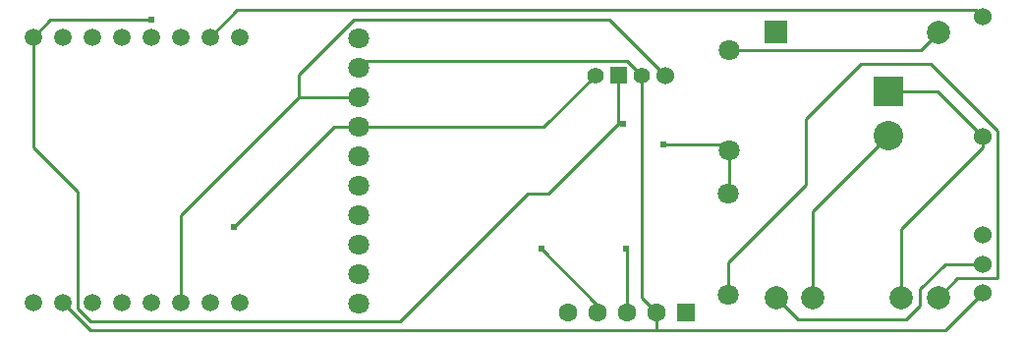
<source format=gtl>
G04 Layer: TopLayer*
G04 EasyEDA Pro v1.7.24, 2022-06-27 14:19:48*
G04 Gerber Generator version 0.3*
G04 Scale: 100 percent, Rotated: No, Reflected: No*
G04 Dimensions in millimeters*
G04 Leading zeros omitted, absolute positions, 3 integers and 3 decimals*
%FSLAX33Y33*%
%MOMM*%
%ADD10C,1.507998*%
%ADD11C,1.799996*%
%ADD12C,1.524*%
%ADD13C,1.999996*%
%ADD14C,2.54*%
%ADD15C,1.6002*%
%ADD16C,1.399997*%
%ADD17C,0.6096*%
%ADD18C,0.254*%
G75*


G04 Pad Start*
G54D10*
G01X21844Y70104D03*
G01X24384Y70104D03*
G01X26924Y70104D03*
G01X29464Y70104D03*
G01X32004Y70104D03*
G01X34544Y70104D03*
G01X37084Y70104D03*
G01X21844Y47244D03*
G01X24384Y47244D03*
G01X26924Y47244D03*
G01X29464Y47244D03*
G01X32004Y47244D03*
G01X34544Y47244D03*
G01X37084Y47244D03*
G01X19304Y70104D03*
G01X19304Y47244D03*
G54D11*
G01X79248Y68994D03*
G01X79248Y60294D03*
G01X79211Y47871D03*
G01X79211Y56571D03*
G01X47392Y47117D03*
G01X47392Y49657D03*
G01X47392Y52197D03*
G01X47392Y54737D03*
G01X47392Y57277D03*
G01X47392Y59817D03*
G01X47392Y62357D03*
G01X47392Y64897D03*
G01X47392Y67437D03*
G01X47392Y69977D03*
G54D12*
G01X101092Y61525D03*
G01X101092Y71825D03*
G36*
G01X84298Y71517D02*
G01X82298Y71517D01*
G01Y69517D01*
G01X84298D01*
G01Y71517D01*
G37*
G54D13*
G01X83298Y47657D03*
G01X97268Y47657D03*
G01X97268Y70517D03*
G01X94093Y47657D03*
G01X86473Y47657D03*
G36*
G01X91694Y64135D02*
G01X94234Y64135D01*
G01Y66675D01*
G01X91694D01*
G01Y64135D01*
G37*
G54D14*
G01X92964Y61595D03*
G54D12*
G01X101092Y53046D03*
G01X101092Y50546D03*
G01X101092Y48046D03*
G54D15*
G01X70463Y46355D03*
G01X73003Y46355D03*
G36*
G01X74743Y47155D02*
G01X74743Y45555D01*
G01X76343D01*
G01Y47155D01*
G01X74743D01*
G37*
G01X65383Y46355D03*
G01X67923Y46355D03*
G54D12*
G01X73739Y66802D03*
G54D16*
G01X71739Y66802D03*
G36*
G01X70439Y66102D02*
G01X70439Y67502D01*
G01X69039D01*
G01Y66102D01*
G01X70439D01*
G37*
G01X67739Y66802D03*
G04 Pad End*

G04 Via Start*
G54D17*
G01X29464Y71553D03*
G01X70130Y62629D03*
G01X73641Y60829D03*
G01X70417Y51824D03*
G01X63082Y51824D03*
G01X36589Y53719D03*
G04 Via End*

G04 Track Start*
G54D18*
G01X34544Y70104D02*
G01X36838Y72398D01*
G01X100519D01*
G01X101092Y71825D01*
G01X21844Y47244D02*
G01X24273Y44815D01*
G01X73003D01*
G01X47392Y67437D02*
G01X48027Y68072D01*
G01X70469D01*
G01X71739Y66802D01*
G01X101092Y48046D02*
G01X97858Y44812D01*
G01X73006D01*
G01X73003Y44815D01*
G01Y46355D01*
G01X71739Y47619D01*
G01Y66802D01*
G01X32004Y47244D02*
G01X32004Y54728D01*
G01X42173Y64897D01*
G01X47392Y64897D02*
G01X42173Y64897D01*
G01X42173Y64897D02*
G01X42173Y66841D01*
G01X46906Y71574D01*
G01X68967D01*
G01X73739Y66802D01*
G01X19304Y70104D02*
G01X19304Y60568D01*
G01X23114Y56758D01*
G01Y46707D01*
G01X24241Y45579D01*
G01X50903D01*
G01X61949Y56626D01*
G01X63735D01*
G01X69739Y62629D01*
G01X29464Y71553D02*
G01X20753Y71553D01*
G01X19304Y70104D01*
G01X70130Y62629D02*
G01X69739Y62629D01*
G01X69739Y62629D02*
G01X69739Y66802D01*
G01X73641Y60829D02*
G01X78713Y60829D01*
G01X79248Y60294D01*
G01Y56609D01*
G01X79211Y56571D01*
G01X101092Y61525D02*
G01X97212Y65405D01*
G01X92964D01*
G01X94093Y47657D02*
G01X94093Y53556D01*
G01X101092Y60555D01*
G01Y61525D01*
G01X79248Y68994D02*
G01X95745Y68994D01*
G01X97268Y70517D01*
G01X83298Y47657D02*
G01X85157Y45798D01*
G01X94514D01*
G01X95680Y46965D01*
G01Y48349D01*
G01X97877Y50546D01*
G01X101092D01*
G01X79211Y47871D02*
G01X79211Y50676D01*
G01X85910Y57375D01*
G01X96669Y67771D02*
G01X102423Y62017D01*
G01Y49285D01*
G01X98896D01*
G01X97268Y47657D01*
G01X86473Y47657D02*
G01X86473Y55104D01*
G01X92964Y61595D01*
G01X70417Y51824D02*
G01X70463Y51778D01*
G01Y46355D01*
G01X63082Y51824D02*
G01X67923Y46984D01*
G01Y46355D01*
G01X36589Y53719D02*
G01X45227Y62357D01*
G01X47392D01*
G01X63294D01*
G01X67739Y66802D01*
G01X85910Y57375D02*
G01X85910Y63050D01*
G01X90631Y67771D01*
G01X96669D01*
G04 Track End*

M02*

</source>
